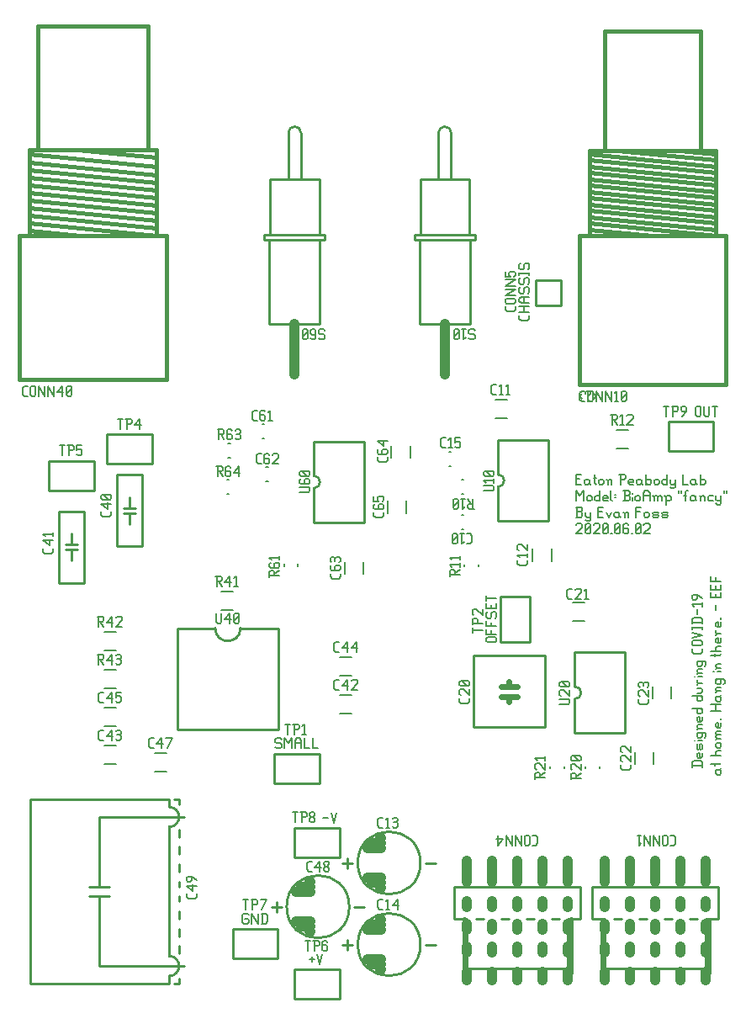
<source format=gto>
G04 start of page 2 for group 1 layer_idx 6 *
G04 Title: (unknown), top_silk *
G04 Creator: pcb-rnd 2.2.1 *
G04 CreationDate: 2020-06-03 18:25:36 UTC *
G04 For:  *
G04 Format: Gerber/RS-274X *
G04 PCB-Dimensions: 500000 500000 *
G04 PCB-Coordinate-Origin: lower left *
%MOIN*%
%FSLAX25Y25*%
%LNTOP_SILK_NONE_1*%
%ADD65C,0.0070*%
%ADD64C,0.0394*%
%ADD63C,0.0217*%
%ADD62C,0.0400*%
%ADD61C,0.0150*%
%ADD60C,0.0080*%
%ADD59C,0.0100*%
G54D59*X119044Y323807D02*X136956D01*
G54D60*X180607Y327755D02*X181393D01*
X180607Y322245D02*X181393D01*
X321043Y325740D02*X325767D01*
X321043Y318260D02*X325767D01*
G54D59*X341544Y317193D02*Y328807D01*
X294000Y321500D02*X274000D01*
X221000Y321000D02*X201000D01*
G54D60*X167150Y320255D02*X167936D01*
G54D61*X364500Y402500D02*X306500D01*
Y343500D01*
X310500Y407500D02*X360500Y402500D01*
X310500Y410000D02*X360500Y405000D01*
X310500Y412500D02*X360500Y407500D01*
X310500Y405000D02*X335500Y402500D01*
G54D59*X289000Y375000D02*X299000D01*
X289000D02*Y385000D01*
X299000D02*X289000D01*
X299000D01*
G54D61*X306500Y343500D02*X364500D01*
Y402500D01*
G54D59*X299000Y385000D02*Y375000D01*
Y385000D01*
G54D61*X310500Y415000D02*X360500Y410000D01*
X310500Y417500D02*X360500Y412500D01*
X310500Y420000D02*X360500Y415000D01*
X310500Y430000D02*X360500Y425000D01*
X310500Y432500D02*X360500Y427500D01*
X310500Y435000D02*X360500Y430000D01*
X310500Y436400D02*X360500D01*
X321400D02*X360500Y432500D01*
X346000Y436400D02*X360500Y435000D01*
X310500Y422500D02*X360500Y417500D01*
X310500Y425000D02*X360500Y420000D01*
X310500Y427500D02*X360500Y422500D01*
G54D59*X341544Y328807D02*X359456D01*
Y317193D01*
X341544D01*
G54D60*X342720Y219118D02*Y223843D01*
G54D59*X361500Y144500D02*X311500D01*
X316500Y112300D02*X356500D01*
G54D61*X310500Y402500D02*Y436400D01*
X316500Y483500D02*Y436400D01*
G54D59*X304480Y205480D02*Y218980D01*
Y223980D02*Y237480D01*
G54D60*X300235Y191588D02*Y192374D01*
X308725Y191588D02*Y192374D01*
X314235Y191588D02*Y192374D01*
X303658Y257259D02*X308382D01*
X303658Y249780D02*X308382D01*
X294725Y191588D02*Y192374D01*
X328240Y193214D02*Y197938D01*
X335720Y193214D02*Y197938D01*
X335240Y219118D02*Y223843D01*
G54D59*X304480Y205480D02*X324480D01*
Y237480D02*Y205480D01*
X311500Y132000D02*X316500D01*
X320000D02*X323000D01*
G54D62*X316500Y136600D02*Y138800D01*
Y146500D02*Y155000D01*
G54D59*X311500Y132000D02*Y144500D01*
X330000Y132000D02*X333000D01*
G54D62*X316500Y118600D02*Y120800D01*
Y127600D02*Y129800D01*
X326500Y136600D02*Y138800D01*
Y127600D02*Y129800D01*
G54D59*X316500Y112300D02*Y132000D01*
G54D62*X336500Y118600D02*Y120800D01*
X326500Y118600D02*Y120800D01*
X336500Y127600D02*Y129800D01*
Y136600D02*Y138800D01*
G54D61*X315250Y110300D02*Y131700D01*
G54D62*X291826Y118670D02*Y120870D01*
Y127670D02*Y129870D01*
X301826Y127670D02*Y129870D01*
G54D59*Y132070D02*Y112370D01*
G54D62*Y118670D02*Y120870D01*
G54D59*X288326Y112370D02*X301826D01*
G54D61*X303076Y110670D02*Y131770D01*
G54D59*X261826Y112370D02*X301826D01*
X261826D02*Y132070D01*
G54D62*Y118670D02*Y120870D01*
Y127670D02*Y129870D01*
G54D61*X260576Y110370D02*Y131770D01*
G54D59*X265326Y132070D02*X268326D01*
X275326D02*X278326D01*
G54D62*X281826Y118670D02*Y120870D01*
X271826Y118670D02*Y120870D01*
Y127670D02*Y129870D01*
X281826Y127670D02*Y129870D01*
G54D59*X285326Y132070D02*X288326D01*
X256826D02*Y144570D01*
Y132070D02*X261826D01*
G54D62*Y136670D02*Y138870D01*
G54D59*X295326Y132070D02*X298326D01*
G54D62*X291826Y136670D02*Y138870D01*
X281826Y136670D02*Y138870D01*
X271826Y136670D02*Y138870D01*
G54D59*X306826Y144570D02*X256826D01*
X306826D02*Y132070D01*
X301826D01*
G54D62*Y136670D02*Y138870D01*
X336500Y146500D02*Y155000D01*
X326500Y146500D02*Y155000D01*
X301826Y146570D02*Y155070D01*
X291826Y146570D02*Y155070D01*
X281826Y146570D02*Y155070D01*
X271826Y146570D02*Y155070D01*
X261826Y146570D02*Y155070D01*
X336500Y110800D02*Y107600D01*
X291826Y110870D02*Y107670D01*
X281826Y110870D02*Y107670D01*
X271826Y110870D02*Y107670D01*
X261826Y110870D02*Y107670D01*
X326500Y110800D02*Y107600D01*
X316500Y110800D02*Y107600D01*
X301826Y110870D02*Y107670D01*
G54D59*X264307Y236154D02*X292653D01*
G54D63*X275330Y223949D02*X281630D01*
G54D59*X275193Y241544D02*Y259456D01*
X286807D01*
Y241544D01*
X275193D01*
X264307Y207807D02*Y236154D01*
G54D63*X278480Y218043D02*Y220012D01*
X275330D02*X281630D01*
G54D59*X324480Y237480D02*X304480D01*
X292653Y236154D02*Y207807D01*
X264307D01*
G54D63*X278480Y223949D02*Y225918D01*
G54D60*X260393Y286245D02*X259607D01*
X260745Y271607D02*Y272393D01*
X266255Y271607D02*Y272393D01*
X287760Y273733D02*Y278457D01*
X295240Y273733D02*Y278457D01*
X260393Y291755D02*X259607D01*
G54D59*X274000Y308000D02*Y321500D01*
G54D60*X273138Y337740D02*X277862D01*
X273138Y330260D02*X277862D01*
G54D59*X274000Y289500D02*X294000D01*
Y321500D02*Y289500D01*
X274000D02*Y303000D01*
G54D60*X260393Y300245D02*X259607D01*
X260393Y305755D02*X259607D01*
G54D61*X360500Y436400D02*Y402500D01*
G54D59*X361500Y144500D02*Y132000D01*
X356500D01*
G54D61*X354500Y436400D02*Y483500D01*
G54D59*X350000Y132000D02*X353000D01*
G54D62*X346500Y127600D02*Y129800D01*
Y136600D02*Y138800D01*
Y146500D02*Y155000D01*
G54D59*X356500Y132000D02*Y112300D01*
G54D62*X346500Y118600D02*Y120800D01*
X356500Y118600D02*Y120800D01*
Y127600D02*Y129800D01*
G54D61*X357750Y110600D02*Y131700D01*
G54D59*X340000Y132000D02*X343000D01*
G54D62*X356500Y136600D02*Y138800D01*
Y146500D02*Y155000D01*
G54D59*X343000Y112300D02*X356500D01*
G54D62*X346500Y110800D02*Y107600D01*
X356500Y110800D02*Y107600D01*
G54D61*X354500Y483500D02*X316500D01*
G54D59*X136956Y323807D02*Y312193D01*
X125638Y292673D02*X130362D01*
X128000Y294642D02*Y298972D01*
X132921Y307831D02*Y279484D01*
X123079D01*
X128000Y288343D02*Y292673D01*
X125638Y294642D02*X130362D01*
G54D60*X189245Y271650D02*Y272436D01*
X213260Y268543D02*Y273267D01*
X164405Y261707D02*X169129D01*
X164405Y254227D02*X169129D01*
G54D59*X187000Y207000D02*X147000D01*
X187000D02*Y247000D01*
X147000D02*X162000D01*
X172000D02*X187000D01*
X185330Y197254D02*X203243D01*
G54D60*X137905Y197707D02*X142629D01*
X211310Y235707D02*X216034D01*
X211310Y228227D02*X216034D01*
X211310Y220707D02*X216034D01*
G54D59*X203243Y197254D02*Y185640D01*
G54D60*X211310Y213227D02*X216034D01*
G54D59*X212504Y154070D02*X216504D01*
X214504Y156070D02*Y152070D01*
X211263Y168027D02*Y156413D01*
X193350Y168027D02*X211263D01*
Y156413D02*X193350D01*
Y168027D01*
G54D64*X199627Y130815D02*X194127D01*
X199627Y142626D02*X194127D01*
X199627Y128846D02*X195883D01*
X199627Y144594D02*X195883D01*
G54D59*X212526Y121720D02*X216526D01*
X214526Y123720D02*Y119720D01*
X217129Y136720D02*X221129D01*
G54D64*X199627Y126878D02*X199267D01*
X199627Y146563D02*X199267D01*
G54D59*X203243Y185640D02*X185330D01*
G54D60*X137905Y190227D02*X142629D01*
G54D59*X185330Y185640D02*Y197254D01*
X168870Y127877D02*X186783D01*
X184326Y136720D02*X188326D01*
X186326Y138720D02*Y134720D01*
X186783Y127877D02*Y116263D01*
X168870D01*
Y127877D01*
G54D60*X194755Y271650D02*Y272436D01*
G54D59*X201000Y289000D02*Y302500D01*
Y307500D02*Y321000D01*
X193350Y112027D02*X211263D01*
Y100413D01*
X193350D01*
Y112027D01*
X201000Y289000D02*X221000D01*
G54D60*X230260Y292733D02*Y297457D01*
X237740Y292733D02*Y297457D01*
X166650Y305755D02*X167436D01*
X166650Y300245D02*X167436D01*
X167150Y314745D02*X167936D01*
G54D59*X221000Y321000D02*Y289000D01*
G54D60*X220740Y268543D02*Y273267D01*
G54D64*X227805Y159976D02*X222304D01*
X227805Y161944D02*X224061D01*
X227805Y163913D02*X227445D01*
G54D59*X245307Y154070D02*X249307D01*
G54D64*X227805Y148165D02*X222304D01*
X227805Y146196D02*X224061D01*
X227805Y144228D02*X227445D01*
G54D59*X245329Y121720D02*X249329D01*
G54D64*X227827Y115815D02*X222327D01*
X227827Y113846D02*X224083D01*
X227827Y111878D02*X227467D01*
X227827Y127626D02*X222327D01*
X227827Y129594D02*X224083D01*
X227827Y131563D02*X227467D01*
G54D59*X136956Y312193D02*X119044D01*
X123079Y307831D02*X132921D01*
G54D60*X182150Y310755D02*X182936D01*
X182150Y305245D02*X182936D01*
X231760Y314543D02*Y319267D01*
X239240Y314543D02*Y319267D01*
X254650Y316755D02*X255436D01*
X254650Y311245D02*X255436D01*
G54D59*X265000Y402800D02*X241000D01*
X243000Y367500D02*Y400800D01*
X265000Y402800D02*Y400800D01*
X241000Y402800D02*Y400800D01*
X265000D01*
X243000Y367500D02*X263000D01*
Y400800D01*
X183500Y367500D02*X203500D01*
G54D62*X193500Y347500D02*Y367500D01*
G54D59*X203500D02*Y400800D01*
X205500Y402800D02*X181500D01*
X205500D02*Y400800D01*
X181500Y402800D02*Y400800D01*
X205500D01*
X183500Y367500D02*Y400800D01*
G54D61*X84490Y402500D02*Y345500D01*
X142590Y402500D02*Y345500D01*
X84490D01*
X88290Y436500D02*Y402500D01*
Y436500D02*X138790D01*
X88290Y435000D02*X138790Y430000D01*
X88290Y407500D02*X138790Y402500D01*
X88290Y404500D02*X108490Y402500D01*
X138790Y433500D02*X107490Y436500D01*
X88290Y416500D02*X138790Y411500D01*
X88290Y413500D02*X138790Y408500D01*
X88290Y410500D02*X138790Y405500D01*
X88290Y425500D02*X138790Y420500D01*
X88290Y422500D02*X138790Y417500D01*
X88290Y419500D02*X138790Y414500D01*
X84490Y402500D02*X142590D01*
X138790Y436500D02*Y402500D01*
X88290Y431500D02*X138790Y426500D01*
X88290Y428500D02*X138790Y423500D01*
G54D59*X203300Y402800D02*Y424800D01*
X183700D02*Y402800D01*
X253300Y424800D02*X252700D01*
X262800Y402800D02*Y424800D01*
X243200D02*Y402800D01*
X262800Y424800D02*X243200D01*
X255500D02*X250500D01*
X193800D02*X193200D01*
X203300D02*X183700D01*
X196000D02*X191000D01*
X250500D02*Y443300D01*
G54D62*X253000Y347500D02*Y367500D01*
G54D59*X255500Y443300D02*Y424800D01*
X191000D02*Y443300D01*
X196000D02*Y424800D01*
X119044Y312193D02*Y323807D01*
X113956Y313307D02*Y301693D01*
X123079Y279484D02*Y307831D01*
G54D60*X118000Y230707D02*X122724D01*
X118000Y223227D02*X122724D01*
X118000Y245707D02*X122724D01*
X118000Y238227D02*X122724D01*
X118000Y215707D02*X122724D01*
X118000Y208227D02*X122724D01*
X118000Y200707D02*X122724D01*
X118000Y193227D02*X122724D01*
G54D59*X88577Y106331D02*Y179165D01*
X143695D01*
Y176213D01*
X112199Y144716D02*X120073D01*
X116136Y140779D02*Y113220D01*
Y144716D02*Y172276D01*
X143695Y106331D02*X88577D01*
X143695D02*Y109283D01*
Y168339D02*Y117157D01*
X112199Y140779D02*X120073D01*
X149601Y172276D02*X116136D01*
X145664Y106331D02*X147632D01*
X149601Y113220D02*X116136D01*
X147632Y106331D02*Y108299D01*
Y125031D02*Y127984D01*
Y118142D02*Y121094D01*
Y164401D02*Y167354D01*
Y157512D02*Y160464D01*
Y150622D02*Y153575D01*
X145664Y179165D02*X147632D01*
Y177197D02*Y179165D01*
Y131921D02*Y134874D01*
Y138811D02*Y140779D01*
Y144716D02*Y146685D01*
X147000Y247000D02*Y207000D01*
X96044Y313307D02*X113956D01*
Y301693D02*X96044D01*
Y313307D01*
X100079Y264984D02*Y293331D01*
X109921D01*
X102638Y278173D02*X107362D01*
X102638Y280142D02*X107362D01*
X109921Y293331D02*Y264984D01*
X100079D01*
X105000Y273843D02*Y278173D01*
Y280142D02*Y284472D01*
G54D61*X91740Y485500D02*Y436500D01*
Y485500D02*X135340D01*
Y436500D01*
G54D59*X253000Y445800D02*G75*G03X250500Y443300I0J-2500D01*G01*
X196000D02*G75*G03X193500Y445800I-2500J0D01*G01*
G75*G03X191000Y443300I0J-2500D01*G01*
X201000Y302500D02*G75*G03X201000Y307500I0J2500D01*G01*
X255500Y443300D02*G75*G03X253000Y445800I-2500J0D01*G01*
X304480Y218980D02*G75*G03X304480Y223980I0J2500D01*G01*
X274000Y303000D02*G75*G03X274000Y308000I0J2500D01*G01*
X143695Y117157D02*G75*G02X143695Y109283I0J-3937D01*G01*
Y176213D02*G75*G02X143695Y168339I0J-3937D01*G01*
X162000Y247000D02*G75*G03X172000Y247000I5000J0D01*G01*
X218504Y154070D02*G75*G03X243307Y154070I12402J0D01*G01*
G75*G03X218504Y154070I-12402J0D01*G01*
X218526Y121720D02*G75*G03X243329Y121720I12402J0D01*G01*
G75*G03X218526Y121720I-12402J0D01*G01*
X190326Y136720D02*G75*G03X215129Y136720I12402J0D01*G01*
G75*G03X190326Y136720I-12402J0D01*G01*
G54D65*X306500Y339000D02*X307500Y340000D01*
X306500Y339000D02*X307500Y338000D01*
X309700Y339000D02*Y338500D01*
Y337500D02*Y337000D01*
X308700Y340500D02*Y340000D01*
Y340500D02*X309200Y341000D01*
X310200D01*
X310700Y340500D01*
Y340000D01*
X309700Y339000D02*X310700Y340000D01*
X311900D02*X312900Y339000D01*
X311900Y338000D02*X312900Y339000D01*
X286500Y369700D02*Y371000D01*
X285800Y369000D02*X286500Y369700D01*
X283200Y369000D02*X285800D01*
X283200D02*X282500Y369700D01*
Y371000D01*
Y372200D02*X286500D01*
X282500Y374700D02*X286500D01*
X284500Y372200D02*Y374700D01*
X283500Y375900D02*X286500D01*
X283500D02*X282500Y376600D01*
Y377700D01*
X283500Y378400D01*
X286500D01*
X284500Y375900D02*Y378400D01*
X282500Y381600D02*X283000Y382100D01*
X282500Y380100D02*Y381600D01*
X283000Y379600D02*X282500Y380100D01*
X283000Y379600D02*X284000D01*
X284500Y380100D01*
Y381600D01*
X285000Y382100D01*
X286000D01*
X286500Y381600D02*X286000Y382100D01*
X286500Y380100D02*Y381600D01*
X286000Y379600D02*X286500Y380100D01*
X282500Y385300D02*X283000Y385800D01*
X282500Y383800D02*Y385300D01*
X283000Y383300D02*X282500Y383800D01*
X283000Y383300D02*X284000D01*
X284500Y383800D01*
Y385300D01*
X285000Y385800D01*
X286000D01*
X286500Y385300D02*X286000Y385800D01*
X286500Y383800D02*Y385300D01*
X286000Y383300D02*X286500Y383800D01*
X282500Y387000D02*Y388000D01*
Y387500D02*X286500D01*
Y387000D02*Y388000D01*
X282500Y391200D02*X283000Y391700D01*
X282500Y389700D02*Y391200D01*
X283000Y389200D02*X282500Y389700D01*
X283000Y389200D02*X284000D01*
X284500Y389700D01*
Y391200D01*
X285000Y391700D01*
X286000D01*
X286500Y391200D02*X286000Y391700D01*
X286500Y389700D02*Y391200D01*
X286000Y389200D02*X286500Y389700D01*
X307200Y337000D02*X308500D01*
X306500Y337700D02*X307200Y337000D01*
X306500Y340300D02*Y337700D01*
Y340300D02*X307200Y341000D01*
X308500D01*
X309700Y340500D02*Y337500D01*
Y340500D02*X310200Y341000D01*
X311200D01*
X311700Y340500D01*
Y337500D01*
X311200Y337000D02*X311700Y337500D01*
X310200Y337000D02*X311200D01*
X309700Y337500D02*X310200Y337000D01*
X312900Y341000D02*Y337000D01*
Y341000D02*X315400Y337000D01*
Y341000D02*Y337000D01*
X316600Y341000D02*Y337000D01*
Y341000D02*X319100Y337000D01*
Y341000D02*Y337000D01*
X320300Y340200D02*X321100Y341000D01*
Y337000D01*
X320300D02*X321800D01*
X323000Y337500D02*X323500Y337000D01*
X323000Y340500D02*Y337500D01*
Y340500D02*X323500Y341000D01*
X324500D01*
X325000Y340500D01*
Y337500D01*
X324500Y337000D02*X325000Y337500D01*
X323500Y337000D02*X324500D01*
X323000Y338000D02*X325000Y340000D01*
X263000Y361500D02*X262500Y362000D01*
X264500Y361500D02*X263000D01*
X265000Y362000D02*X264500Y361500D01*
X265000Y362000D02*Y363000D01*
X264500Y363500D01*
X263000D01*
X262500Y364000D01*
Y365000D01*
X263000Y365500D02*X262500Y365000D01*
X264500Y365500D02*X263000D01*
X265000Y365000D02*X264500Y365500D01*
X261300Y362300D02*X260500Y361500D01*
Y365500D01*
X261300D02*X259800D01*
X258600Y365000D02*X258100Y365500D01*
X258600Y362000D02*Y365000D01*
Y362000D02*X258100Y361500D01*
X257100D01*
X256600Y362000D01*
Y365000D01*
X257100Y365500D02*X256600Y365000D01*
X258100Y365500D02*X257100D01*
X258600Y364500D02*X256600Y362500D01*
X281000Y373200D02*Y374500D01*
X280300Y372500D02*X281000Y373200D01*
X277700Y372500D02*X280300D01*
X277700D02*X277000Y373200D01*
Y374500D01*
X277500Y375700D02*X280500D01*
X277500D02*X277000Y376200D01*
Y377200D01*
X277500Y377700D01*
X280500D01*
X281000Y377200D02*X280500Y377700D01*
X281000Y376200D02*Y377200D01*
X280500Y375700D02*X281000Y376200D01*
X277000Y378900D02*X281000D01*
X277000D02*X281000Y381400D01*
X277000D02*X281000D01*
X277000Y382600D02*X281000D01*
X277000D02*X281000Y385100D01*
X277000D02*X281000D01*
X277000Y386300D02*Y388300D01*
Y386300D02*X279000D01*
X278500Y386800D01*
Y387800D01*
X279000Y388300D01*
X280500D01*
X281000Y387800D02*X280500Y388300D01*
X281000Y386800D02*Y387800D01*
X280500Y386300D02*X281000Y386800D01*
X272050Y339650D02*X273350D01*
X271350Y340350D02*X272050Y339650D01*
X271350Y342950D02*Y340350D01*
Y342950D02*X272050Y343650D01*
X273350D01*
X274550Y342850D02*X275350Y343650D01*
Y339650D01*
X274550D02*X276050D01*
X277250Y342850D02*X278050Y343650D01*
Y339650D01*
X277250D02*X278750D01*
X352500Y334500D02*Y331500D01*
Y334500D02*X353000Y335000D01*
X354000D01*
X354500Y334500D01*
Y331500D01*
X354000Y331000D02*X354500Y331500D01*
X353000Y331000D02*X354000D01*
X352500Y331500D02*X353000Y331000D01*
X355700Y335000D02*Y331500D01*
X356200Y331000D01*
X357200D01*
X357700Y331500D01*
Y335000D02*Y331500D01*
X358900Y335000D02*X360900D01*
X359900D02*Y331000D01*
X318755Y331650D02*X320755D01*
X321255Y331150D01*
Y330150D01*
X320755Y329650D02*X321255Y330150D01*
X319255Y329650D02*X320755D01*
X319255Y331650D02*Y327650D01*
X320055Y329650D02*X321255Y327650D01*
X322455Y330850D02*X323255Y331650D01*
Y327650D01*
X322455D02*X323955D01*
X325155Y331150D02*X325655Y331650D01*
X327155D01*
X327655Y331150D01*
Y330150D01*
X325155Y327650D02*X327655Y330150D01*
X325155Y327650D02*X327655D01*
X339756Y335012D02*X341756D01*
X340756D02*Y331012D01*
X343457Y335012D02*Y331012D01*
X342957Y335012D02*X344957D01*
X345457Y334512D01*
Y333512D01*
X344957Y333012D02*X345457Y333512D01*
X343457Y333012D02*X344957D01*
X347157Y331012D02*X348657Y333012D01*
Y334512D02*Y333012D01*
X348157Y335012D02*X348657Y334512D01*
X347157Y335012D02*X348157D01*
X346657Y334512D02*X347157Y335012D01*
X346657Y334512D02*Y333512D01*
X347157Y333012D01*
X348657D01*
X203500Y361500D02*X203000Y362000D01*
X205000Y361500D02*X203500D01*
X205500Y362000D02*X205000Y361500D01*
X205500Y362000D02*Y363000D01*
X205000Y363500D01*
X203500D01*
X203000Y364000D01*
Y365000D01*
X203500Y365500D02*X203000Y365000D01*
X205000Y365500D02*X203500D01*
X205500Y365000D02*X205000Y365500D01*
X200300Y361500D02*X199800Y362000D01*
X201300Y361500D02*X200300D01*
X201800Y362000D02*X201300Y361500D01*
X201800Y362000D02*Y365000D01*
X201300Y365500D01*
X200300Y363300D02*X199800Y363800D01*
X201800Y363300D02*X200300D01*
X201300Y365500D02*X200300D01*
X199800Y365000D01*
Y363800D02*Y365000D01*
X198600D02*X198100Y365500D01*
X198600Y362000D02*Y365000D01*
Y362000D02*X198100Y361500D01*
X197100D01*
X196600Y362000D01*
Y365000D01*
X197100Y365500D02*X196600Y365000D01*
X198100Y365500D02*X197100D01*
X198600Y364500D02*X196600Y362500D01*
X115212Y236617D02*X117212D01*
X117712Y236117D01*
Y235117D01*
X117212Y234617D02*X117712Y235117D01*
X115712Y234617D02*X117212D01*
X115712Y236617D02*Y232617D01*
X116512Y234617D02*X117712Y232617D01*
X118912Y234117D02*X120912Y236617D01*
X118912Y234117D02*X121412D01*
X120912Y236617D02*Y232617D01*
X122612Y236117D02*X123112Y236617D01*
X124112D01*
X124612Y236117D01*
X124112Y232617D02*X124612Y233117D01*
X123112Y232617D02*X124112D01*
X122612Y233117D02*X123112Y232617D01*
Y234817D02*X124112D01*
X124612Y236117D02*Y235317D01*
Y234317D02*Y233117D01*
Y234317D02*X124112Y234817D01*
X124612Y235317D02*X124112Y234817D01*
X115212Y251617D02*X117212D01*
X117712Y251117D01*
Y250117D01*
X117212Y249617D02*X117712Y250117D01*
X115712Y249617D02*X117212D01*
X115712Y251617D02*Y247617D01*
X116512Y249617D02*X117712Y247617D01*
X118912Y249117D02*X120912Y251617D01*
X118912Y249117D02*X121412D01*
X120912Y251617D02*Y247617D01*
X122612Y251117D02*X123112Y251617D01*
X124612D01*
X125112Y251117D01*
Y250117D01*
X122612Y247617D02*X125112Y250117D01*
X122612Y247617D02*X125112D01*
X116412Y217617D02*X117712D01*
X115712Y218317D02*X116412Y217617D01*
X115712Y220917D02*Y218317D01*
Y220917D02*X116412Y221617D01*
X117712D01*
X118912Y219117D02*X120912Y221617D01*
X118912Y219117D02*X121412D01*
X120912Y221617D02*Y217617D01*
X122612Y221617D02*X124612D01*
X122612D02*Y219617D01*
X123112Y220117D01*
X124112D01*
X124612Y219617D01*
Y218117D01*
X124112Y217617D02*X124612Y218117D01*
X123112Y217617D02*X124112D01*
X122612Y218117D02*X123112Y217617D01*
X116412Y202617D02*X117712D01*
X115712Y203317D02*X116412Y202617D01*
X115712Y205917D02*Y203317D01*
Y205917D02*X116412Y206617D01*
X117712D01*
X118912Y204117D02*X120912Y206617D01*
X118912Y204117D02*X121412D01*
X120912Y206617D02*Y202617D01*
X122612Y206117D02*X123112Y206617D01*
X124112D01*
X124612Y206117D01*
X124112Y202617D02*X124612Y203117D01*
X123112Y202617D02*X124112D01*
X122612Y203117D02*X123112Y202617D01*
Y204817D02*X124112D01*
X124612Y206117D02*Y205317D01*
Y204317D02*Y203117D01*
Y204317D02*X124112Y204817D01*
X124612Y205317D02*X124112Y204817D01*
X187767Y203467D02*X188267Y202967D01*
X186267Y203467D02*X187767D01*
X185767Y202967D02*X186267Y203467D01*
X185767Y202967D02*Y201967D01*
X186267Y201467D01*
X187767D01*
X188267Y200967D01*
Y199967D01*
X187767Y199467D02*X188267Y199967D01*
X186267Y199467D02*X187767D01*
X185767Y199967D02*X186267Y199467D01*
X189467Y203467D02*Y199467D01*
Y203467D02*X190967Y201467D01*
X192467Y203467D01*
Y199467D01*
X193667Y202467D02*Y199467D01*
Y202467D02*X194367Y203467D01*
X195467D01*
X196167Y202467D01*
Y199467D01*
X193667Y201467D02*X196167D01*
X197367Y203467D02*Y199467D01*
X199367D01*
X200567Y203467D02*Y199467D01*
X202567D01*
X204826Y172070D02*X206826D01*
X208026Y174070D02*X209026Y170070D01*
X210026Y174070D01*
X162500Y253000D02*Y249500D01*
X163000Y249000D01*
X164000D01*
X164500Y249500D01*
Y253000D02*Y249500D01*
X165700Y250500D02*X167700Y253000D01*
X165700Y250500D02*X168200D01*
X167700Y253000D02*Y249000D01*
X169400Y249500D02*X169900Y249000D01*
X169400Y252500D02*Y249500D01*
Y252500D02*X169900Y253000D01*
X170900D01*
X171400Y252500D01*
Y249500D01*
X170900Y249000D02*X171400Y249500D01*
X169900Y249000D02*X170900D01*
X169400Y250000D02*X171400Y252000D01*
X189543Y208959D02*X191543D01*
X190543D02*Y204959D01*
X193243Y208959D02*Y204959D01*
X192743Y208959D02*X194743D01*
X195243Y208459D01*
Y207459D01*
X194743Y206959D02*X195243Y207459D01*
X193243Y206959D02*X194743D01*
X196443Y208159D02*X197243Y208959D01*
Y204959D01*
X196443D02*X197943D01*
X192563Y174232D02*X194563D01*
X193563D02*Y170232D01*
X196263Y174232D02*Y170232D01*
X195763Y174232D02*X197763D01*
X198263Y173732D01*
Y172732D01*
X197763Y172232D02*X198263Y172732D01*
X196263Y172232D02*X197763D01*
X199463Y170732D02*X199963Y170232D01*
X199463Y171532D02*Y170732D01*
Y171532D02*X200163Y172232D01*
X200763D01*
X201463Y171532D01*
Y170732D01*
X200963Y170232D02*X201463Y170732D01*
X199963Y170232D02*X200963D01*
X199463Y172932D02*X200163Y172232D01*
X199463Y173732D02*Y172932D01*
Y173732D02*X199963Y174232D01*
X200963D01*
X201463Y173732D01*
Y172932D01*
X200763Y172232D02*X201463Y172932D01*
X209722Y237617D02*X211022D01*
X209022Y238317D02*X209722Y237617D01*
X209022Y240917D02*Y238317D01*
Y240917D02*X209722Y241617D01*
X211022D01*
X212222Y239117D02*X214222Y241617D01*
X212222Y239117D02*X214722D01*
X214222Y241617D02*Y237617D01*
X215922Y239117D02*X217922Y241617D01*
X215922Y239117D02*X218422D01*
X217922Y241617D02*Y237617D01*
X209722Y222617D02*X211022D01*
X209022Y223317D02*X209722Y222617D01*
X209022Y225917D02*Y223317D01*
Y225917D02*X209722Y226617D01*
X211022D01*
X212222Y224117D02*X214222Y226617D01*
X212222Y224117D02*X214722D01*
X214222Y226617D02*Y222617D01*
X215922Y226117D02*X216422Y226617D01*
X217922D01*
X218422Y226117D01*
Y225117D01*
X215922Y222617D02*X218422Y225117D01*
X215922Y222617D02*X218422D01*
X136317Y199617D02*X137617D01*
X135617Y200317D02*X136317Y199617D01*
X135617Y202917D02*Y200317D01*
Y202917D02*X136317Y203617D01*
X137617D01*
X138817Y201117D02*X140817Y203617D01*
X138817Y201117D02*X141317D01*
X140817Y203617D02*Y199617D01*
X143017D02*X145017Y203617D01*
X142517D02*X145017D01*
X227137Y168070D02*X228437D01*
X226437Y168770D02*X227137Y168070D01*
X226437Y171370D02*Y168770D01*
Y171370D02*X227137Y172070D01*
X228437D01*
X229637Y171270D02*X230437Y172070D01*
Y168070D01*
X229637D02*X231137D01*
X232337Y171570D02*X232837Y172070D01*
X233837D01*
X234337Y171570D01*
X233837Y168070D02*X234337Y168570D01*
X232837Y168070D02*X233837D01*
X232337Y168570D02*X232837Y168070D01*
Y170270D02*X233837D01*
X234337Y171570D02*Y170770D01*
Y169770D02*Y168570D01*
Y169770D02*X233837Y170270D01*
X234337Y170770D02*X233837Y170270D01*
X174826Y134070D02*X175326Y133570D01*
X173326Y134070D02*X174826D01*
X172826Y133570D02*X173326Y134070D01*
X172826Y133570D02*Y130570D01*
X173326Y130070D01*
X174826D01*
X175326Y130570D01*
Y131570D02*Y130570D01*
X174826Y132070D02*X175326Y131570D01*
X173826Y132070D02*X174826D01*
X176526Y134070D02*Y130070D01*
Y134070D02*X179026Y130070D01*
Y134070D02*Y130070D01*
X180726Y134070D02*Y130070D01*
X182026Y134070D02*X182726Y133370D01*
Y130770D01*
X182026Y130070D02*X182726Y130770D01*
X180226Y130070D02*X182026D01*
X180226Y134070D02*X182026D01*
X154601Y140495D02*Y141795D01*
X153901Y139795D02*X154601Y140495D01*
X151301Y139795D02*X153901D01*
X151301D02*X150601Y140495D01*
Y141795D01*
X153101Y142995D02*X150601Y144995D01*
X153101Y142995D02*Y145495D01*
X150601Y144995D02*X154601D01*
Y147195D02*X152601Y148695D01*
X151101D02*X152601D01*
X150601Y148195D02*X151101Y148695D01*
X150601Y147195D02*Y148195D01*
X151101Y146695D02*X150601Y147195D01*
X151101Y146695D02*X152101D01*
X152601Y147195D01*
Y148695D01*
X173083Y139582D02*X175083D01*
X174083D02*Y135582D01*
X176783Y139582D02*Y135582D01*
X176283Y139582D02*X178283D01*
X178783Y139082D01*
Y138082D01*
X178283Y137582D02*X178783Y138082D01*
X176783Y137582D02*X178283D01*
X180483Y135582D02*X182483Y139582D01*
X179983D02*X182483D01*
X199326Y116070D02*X201326D01*
X200326Y117070D02*Y115070D01*
X202526Y118070D02*X203526Y114070D01*
X204526Y118070D01*
X197563Y123232D02*X199563D01*
X198563D02*Y119232D01*
X201263Y123232D02*Y119232D01*
X200763Y123232D02*X202763D01*
X203263Y122732D01*
Y121732D01*
X202763Y121232D02*X203263Y121732D01*
X201263Y121232D02*X202763D01*
X205963Y123232D02*X206463Y122732D01*
X204963Y123232D02*X205963D01*
X204463Y122732D02*X204963Y123232D01*
X204463Y122732D02*Y119732D01*
X204963Y119232D01*
X205963Y121432D02*X206463Y120932D01*
X204463Y121432D02*X205963D01*
X204963Y119232D02*X205963D01*
X206463Y119732D01*
Y120932D02*Y119732D01*
X227159Y135720D02*X228459D01*
X226459Y136420D02*X227159Y135720D01*
X226459Y139020D02*Y136420D01*
Y139020D02*X227159Y139720D01*
X228459D01*
X229659Y138920D02*X230459Y139720D01*
Y135720D01*
X229659D02*X231159D01*
X232359Y137220D02*X234359Y139720D01*
X232359Y137220D02*X234859D01*
X234359Y139720D02*Y135720D01*
X198959Y150720D02*X200259D01*
X198259Y151420D02*X198959Y150720D01*
X198259Y154020D02*Y151420D01*
Y154020D02*X198959Y154720D01*
X200259D01*
X201459Y152220D02*X203459Y154720D01*
X201459Y152220D02*X203959D01*
X203459Y154720D02*Y150720D01*
X205159Y151220D02*X205659Y150720D01*
X205159Y152020D02*Y151220D01*
Y152020D02*X205859Y152720D01*
X206459D01*
X207159Y152020D01*
Y151220D01*
X206659Y150720D02*X207159Y151220D01*
X205659Y150720D02*X206659D01*
X205159Y153420D02*X205859Y152720D01*
X205159Y154220D02*Y153420D01*
Y154220D02*X205659Y154720D01*
X206659D01*
X207159Y154220D01*
Y153420D01*
X206459Y152720D02*X207159Y153420D01*
X123256Y330012D02*X125256D01*
X124256D02*Y326012D01*
X126957Y330012D02*Y326012D01*
X126457Y330012D02*X128457D01*
X128957Y329512D01*
Y328512D01*
X128457Y328012D02*X128957Y328512D01*
X126957Y328012D02*X128457D01*
X130157Y327512D02*X132157Y330012D01*
X130157Y327512D02*X132657D01*
X132157Y330012D02*Y326012D01*
X100256Y319512D02*X102256D01*
X101256D02*Y315512D01*
X103957Y319512D02*Y315512D01*
X103457Y319512D02*X105457D01*
X105957Y319012D01*
Y318012D01*
X105457Y317512D02*X105957Y318012D01*
X103957Y317512D02*X105457D01*
X107157Y319512D02*X109157D01*
X107157D02*Y317512D01*
X107657Y318012D01*
X108657D01*
X109157Y317512D01*
Y316012D01*
X108657Y315512D02*X109157Y316012D01*
X107657Y315512D02*X108657D01*
X107157Y316012D02*X107657Y315512D01*
X86240Y339000D02*X87540D01*
X85540Y339700D02*X86240Y339000D01*
X85540Y342300D02*Y339700D01*
Y342300D02*X86240Y343000D01*
X87540D01*
X88740Y342500D02*Y339500D01*
Y342500D02*X89240Y343000D01*
X90240D01*
X90740Y342500D01*
Y339500D01*
X90240Y339000D02*X90740Y339500D01*
X89240Y339000D02*X90240D01*
X88740Y339500D02*X89240Y339000D01*
X91940Y343000D02*Y339000D01*
Y343000D02*X94440Y339000D01*
Y343000D02*Y339000D01*
X95640Y343000D02*Y339000D01*
Y343000D02*X98140Y339000D01*
Y343000D02*Y339000D01*
X99340Y340500D02*X101340Y343000D01*
X99340Y340500D02*X101840D01*
X101340Y343000D02*Y339000D01*
X103040Y339500D02*X103540Y339000D01*
X103040Y342500D02*Y339500D01*
Y342500D02*X103540Y343000D01*
X104540D01*
X105040Y342500D01*
Y339500D01*
X104540Y339000D02*X105040Y339500D01*
X103540Y339000D02*X104540D01*
X103040Y340000D02*X105040Y342000D01*
X305000Y306200D02*X306500D01*
X305000Y304000D02*X307000D01*
X305000Y308000D02*Y304000D01*
Y308000D02*X307000D01*
X309700Y306000D02*X310200Y305500D01*
X308700Y306000D02*X309700D01*
X308200Y305500D02*X308700Y306000D01*
X308200Y305500D02*Y304500D01*
X308700Y304000D01*
X310200Y306000D02*Y304500D01*
X310700Y304000D01*
X308700D02*X309700D01*
X310200Y304500D01*
X312400Y308000D02*Y304500D01*
X312900Y304000D01*
X311900Y306500D02*X312900D01*
X313900Y305500D02*Y304500D01*
Y305500D02*X314400Y306000D01*
X315400D01*
X315900Y305500D01*
Y304500D01*
X315400Y304000D02*X315900Y304500D01*
X314400Y304000D02*X315400D01*
X313900Y304500D02*X314400Y304000D01*
X317600Y305500D02*Y304000D01*
Y305500D02*X318100Y306000D01*
X318600D01*
X319100Y305500D01*
Y304000D01*
X317100Y306000D02*X317600Y305500D01*
X322600Y308000D02*Y304000D01*
X322100Y308000D02*X324100D01*
X324600Y307500D01*
Y306500D01*
X324100Y306000D02*X324600Y306500D01*
X322600Y306000D02*X324100D01*
X326300Y304000D02*X327800D01*
X325800Y304500D02*X326300Y304000D01*
X325800Y305500D02*Y304500D01*
Y305500D02*X326300Y306000D01*
X327300D01*
X327800Y305500D01*
X325800Y305000D02*X327800D01*
Y305500D01*
X330500Y306000D02*X331000Y305500D01*
X329500Y306000D02*X330500D01*
X329000Y305500D02*X329500Y306000D01*
X329000Y305500D02*Y304500D01*
X329500Y304000D01*
X331000Y306000D02*Y304500D01*
X331500Y304000D01*
X329500D02*X330500D01*
X331000Y304500D01*
X332700Y308000D02*Y304000D01*
Y304500D02*X333200Y304000D01*
X334200D01*
X334700Y304500D01*
Y305500D02*Y304500D01*
X334200Y306000D02*X334700Y305500D01*
X333200Y306000D02*X334200D01*
X332700Y305500D02*X333200Y306000D01*
X335900Y305500D02*Y304500D01*
Y305500D02*X336400Y306000D01*
X337400D01*
X337900Y305500D01*
Y304500D01*
X337400Y304000D02*X337900Y304500D01*
X336400Y304000D02*X337400D01*
X335900Y304500D02*X336400Y304000D01*
X341100Y308000D02*Y304000D01*
X340600D02*X341100Y304500D01*
X339600Y304000D02*X340600D01*
X339100Y304500D02*X339600Y304000D01*
X339100Y305500D02*Y304500D01*
Y305500D02*X339600Y306000D01*
X340600D01*
X341100Y305500D01*
X342300Y306000D02*Y304500D01*
X342800Y304000D01*
X344300Y306000D02*Y303000D01*
X343800Y302500D02*X344300Y303000D01*
X342800Y302500D02*X343800D01*
X342300Y303000D02*X342800Y302500D01*
Y304000D02*X343800D01*
X344300Y304500D01*
X347300Y308000D02*Y304000D01*
X349300D01*
X352000Y306000D02*X352500Y305500D01*
X351000Y306000D02*X352000D01*
X350500Y305500D02*X351000Y306000D01*
X350500Y305500D02*Y304500D01*
X351000Y304000D01*
X352500Y306000D02*Y304500D01*
X353000Y304000D01*
X351000D02*X352000D01*
X352500Y304500D01*
X354200Y308000D02*Y304000D01*
Y304500D02*X354700Y304000D01*
X355700D01*
X356200Y304500D01*
Y305500D02*Y304500D01*
X355700Y306000D02*X356200Y305500D01*
X354700Y306000D02*X355700D01*
X354200Y305500D02*X354700Y306000D01*
X178971Y312122D02*X180271D01*
X178271Y312822D02*X178971Y312122D01*
X178271Y315422D02*Y312822D01*
Y315422D02*X178971Y316122D01*
X180271D01*
X182971D02*X183471Y315622D01*
X181971Y316122D02*X182971D01*
X181471Y315622D02*X181971Y316122D01*
X181471Y315622D02*Y312622D01*
X181971Y312122D01*
X182971Y314322D02*X183471Y313822D01*
X181471Y314322D02*X182971D01*
X181971Y312122D02*X182971D01*
X183471Y312622D01*
Y313822D02*Y312622D01*
X184671Y315622D02*X185171Y316122D01*
X186671D01*
X187171Y315622D01*
Y314622D01*
X184671Y312122D02*X187171Y314622D01*
X184671Y312122D02*X187171D01*
X177355Y329367D02*X178655D01*
X176655Y330067D02*X177355Y329367D01*
X176655Y332667D02*Y330067D01*
Y332667D02*X177355Y333367D01*
X178655D01*
X181355D02*X181855Y332867D01*
X180355Y333367D02*X181355D01*
X179855Y332867D02*X180355Y333367D01*
X179855Y332867D02*Y329867D01*
X180355Y329367D01*
X181355Y331567D02*X181855Y331067D01*
X179855Y331567D02*X181355D01*
X180355Y329367D02*X181355D01*
X181855Y329867D01*
Y331067D02*Y329867D01*
X183055Y332567D02*X183855Y333367D01*
Y329367D01*
X183055D02*X184555D01*
X268500Y301500D02*X272000D01*
X272500Y302000D01*
Y303000D01*
X272000Y303500D01*
X268500D02*X272000D01*
X269300Y304700D02*X268500Y305500D01*
X272500D01*
Y304700D02*Y306200D01*
X272000Y307400D02*X272500Y307900D01*
X269000Y307400D02*X272000D01*
X269000D02*X268500Y307900D01*
Y308900D01*
X269000Y309400D01*
X272000D01*
X272500Y308900D02*X272000Y309400D01*
X272500Y307900D02*Y308900D01*
X271500Y307400D02*X269500Y309400D01*
X230350Y313455D02*Y314755D01*
X229650Y312755D02*X230350Y313455D01*
X227050Y312755D02*X229650D01*
X227050D02*X226350Y313455D01*
Y314755D01*
Y317455D02*X226850Y317955D01*
X226350Y316455D02*Y317455D01*
X226850Y315955D02*X226350Y316455D01*
X226850Y315955D02*X229850D01*
X230350Y316455D01*
X228150Y317455D02*X228650Y317955D01*
X228150Y315955D02*Y317455D01*
X230350Y316455D02*Y317455D01*
X229850Y317955D01*
X228650D02*X229850D01*
X228850Y319155D02*X226350Y321155D01*
X228850Y319155D02*Y321655D01*
X226350Y321155D02*X230350D01*
X251967Y318489D02*X253267D01*
X251267Y319189D02*X251967Y318489D01*
X251267Y321789D02*Y319189D01*
Y321789D02*X251967Y322489D01*
X253267D01*
X254467Y321689D02*X255267Y322489D01*
Y318489D01*
X254467D02*X255967D01*
X257167Y322489D02*X259167D01*
X257167D02*Y320489D01*
X257667Y320989D01*
X258667D01*
X259167Y320489D01*
Y318989D01*
X258667Y318489D02*X259167Y318989D01*
X257667Y318489D02*X258667D01*
X257167Y318989D02*X257667Y318489D01*
X195500Y301000D02*X199000D01*
X199500Y301500D01*
Y302500D01*
X199000Y303000D01*
X195500D02*X199000D01*
X195500Y305700D02*X196000Y306200D01*
X195500Y304700D02*Y305700D01*
X196000Y304200D02*X195500Y304700D01*
X196000Y304200D02*X199000D01*
X199500Y304700D01*
X197300Y305700D02*X197800Y306200D01*
X197300Y304200D02*Y305700D01*
X199500Y304700D02*Y305700D01*
X199000Y306200D01*
X197800D02*X199000D01*
Y307400D02*X199500Y307900D01*
X196000Y307400D02*X199000D01*
X196000D02*X195500Y307900D01*
Y308900D01*
X196000Y309400D01*
X199000D01*
X199500Y308900D02*X199000Y309400D01*
X199500Y307900D02*Y308900D01*
X198500Y307400D02*X196500Y309400D01*
X162393Y311150D02*X164393D01*
X164893Y310650D01*
Y309650D01*
X164393Y309150D02*X164893Y309650D01*
X162893Y309150D02*X164393D01*
X162893Y311150D02*Y307150D01*
X163693Y309150D02*X164893Y307150D01*
X167593Y311150D02*X168093Y310650D01*
X166593Y311150D02*X167593D01*
X166093Y310650D02*X166593Y311150D01*
X166093Y310650D02*Y307650D01*
X166593Y307150D01*
X167593Y309350D02*X168093Y308850D01*
X166093Y309350D02*X167593D01*
X166593Y307150D02*X167593D01*
X168093Y307650D01*
Y308850D02*Y307650D01*
X169293Y308650D02*X171293Y311150D01*
X169293Y308650D02*X171793D01*
X171293Y311150D02*Y307150D01*
X162980Y325884D02*X164980D01*
X165480Y325384D01*
Y324384D01*
X164980Y323884D02*X165480Y324384D01*
X163480Y323884D02*X164980D01*
X163480Y325884D02*Y321884D01*
X164280Y323884D02*X165480Y321884D01*
X168180Y325884D02*X168680Y325384D01*
X167180Y325884D02*X168180D01*
X166680Y325384D02*X167180Y325884D01*
X166680Y325384D02*Y322384D01*
X167180Y321884D01*
X168180Y324084D02*X168680Y323584D01*
X166680Y324084D02*X168180D01*
X167180Y321884D02*X168180D01*
X168680Y322384D01*
Y323584D02*Y322384D01*
X169880Y325384D02*X170380Y325884D01*
X171380D01*
X171880Y325384D01*
X171380Y321884D02*X171880Y322384D01*
X170380Y321884D02*X171380D01*
X169880Y322384D02*X170380Y321884D01*
Y324084D02*X171380D01*
X171880Y325384D02*Y324584D01*
Y323584D02*Y322384D01*
Y323584D02*X171380Y324084D01*
X171880Y324584D02*X171380Y324084D01*
X97795Y277298D02*Y278598D01*
X97095Y276598D02*X97795Y277298D01*
X94495Y276598D02*X97095D01*
X94495D02*X93795Y277298D01*
Y278598D01*
X96295Y279798D02*X93795Y281798D01*
X96295Y279798D02*Y282298D01*
X93795Y281798D02*X97795D01*
X94595Y283498D02*X93795Y284298D01*
X97795D01*
Y283498D02*Y284998D01*
X120795Y291798D02*Y293098D01*
X120095Y291098D02*X120795Y291798D01*
X117495Y291098D02*X120095D01*
X117495D02*X116795Y291798D01*
Y293098D01*
X119295Y294298D02*X116795Y296298D01*
X119295Y294298D02*Y296798D01*
X116795Y296298D02*X120795D01*
X120295Y297998D02*X120795Y298498D01*
X117295Y297998D02*X120295D01*
X117295D02*X116795Y298498D01*
Y299498D01*
X117295Y299998D01*
X120295D01*
X120795Y299498D02*X120295Y299998D01*
X120795Y298498D02*Y299498D01*
X119795Y297998D02*X117795Y299998D01*
X183515Y267316D02*Y269316D01*
X184015Y269816D01*
X185015D01*
X185515Y269316D02*X185015Y269816D01*
X185515Y267816D02*Y269316D01*
X183515Y267816D02*X187515D01*
X185515Y268616D02*X187515Y269816D01*
X183515Y272516D02*X184015Y273016D01*
X183515Y271516D02*Y272516D01*
X184015Y271016D02*X183515Y271516D01*
X184015Y271016D02*X187015D01*
X187515Y271516D01*
X185315Y272516D02*X185815Y273016D01*
X185315Y271016D02*Y272516D01*
X187515Y271516D02*Y272516D01*
X187015Y273016D01*
X185815D02*X187015D01*
X184315Y274216D02*X183515Y275016D01*
X187515D01*
Y274216D02*Y275716D01*
X305000Y291000D02*X307000D01*
X307500Y291500D01*
Y292700D02*Y291500D01*
X307000Y293200D02*X307500Y292700D01*
X305500Y293200D02*X307000D01*
X305500Y295000D02*Y291000D01*
X305000Y295000D02*X307000D01*
X307500Y294500D01*
Y293700D01*
X307000Y293200D02*X307500Y293700D01*
X308700Y293000D02*Y291500D01*
X309200Y291000D01*
X310700Y293000D02*Y290000D01*
X310200Y289500D02*X310700Y290000D01*
X309200Y289500D02*X310200D01*
X308700Y290000D02*X309200Y289500D01*
Y291000D02*X310200D01*
X310700Y291500D01*
X313700Y293200D02*X315200D01*
X313700Y291000D02*X315700D01*
X313700Y295000D02*Y291000D01*
Y295000D02*X315700D01*
X316900Y293000D02*X317900Y291000D01*
X318900Y293000D02*X317900Y291000D01*
X321600Y293000D02*X322100Y292500D01*
X320600Y293000D02*X321600D01*
X320100Y292500D02*X320600Y293000D01*
X320100Y292500D02*Y291500D01*
X320600Y291000D01*
X322100Y293000D02*Y291500D01*
X322600Y291000D01*
X320600D02*X321600D01*
X322100Y291500D01*
X324300Y292500D02*Y291000D01*
Y292500D02*X324800Y293000D01*
X325300D01*
X325800Y292500D01*
Y291000D01*
X323800Y293000D02*X324300Y292500D01*
X328800Y295000D02*Y291000D01*
Y295000D02*X330800D01*
X328800Y293200D02*X330300D01*
X332000Y292500D02*Y291500D01*
Y292500D02*X332500Y293000D01*
X333500D01*
X334000Y292500D01*
Y291500D01*
X333500Y291000D02*X334000Y291500D01*
X332500Y291000D02*X333500D01*
X332000Y291500D02*X332500Y291000D01*
X335700D02*X337200D01*
X337700Y291500D01*
X337200Y292000D02*X337700Y291500D01*
X335700Y292000D02*X337200D01*
X335200Y292500D02*X335700Y292000D01*
X335200Y292500D02*X335700Y293000D01*
X337200D01*
X337700Y292500D01*
X335200Y291500D02*X335700Y291000D01*
X339400D02*X340900D01*
X341400Y291500D01*
X340900Y292000D02*X341400Y291500D01*
X339400Y292000D02*X340900D01*
X338900Y292500D02*X339400Y292000D01*
X338900Y292500D02*X339400Y293000D01*
X340900D01*
X341400Y292500D01*
X338900Y291500D02*X339400Y291000D01*
X263103Y284434D02*X261803D01*
X263803Y283734D02*X263103Y284434D01*
X263803Y281134D02*Y283734D01*
Y281134D02*X263103Y280434D01*
X261803D01*
X260603Y281234D02*X259803Y280434D01*
Y284434D01*
X260603D02*X259103D01*
X257903Y283934D02*X257403Y284434D01*
X257903Y280934D02*Y283934D01*
Y280934D02*X257403Y280434D01*
X256403D01*
X255903Y280934D01*
Y283934D01*
X256403Y284434D02*X255903Y283934D01*
X257403Y284434D02*X256403D01*
X257903Y283434D02*X255903Y281434D01*
X264650Y294350D02*X262650D01*
X262150Y294850D01*
Y295850D01*
X262650Y296350D02*X262150Y295850D01*
X264150Y296350D02*X262650D01*
X264150Y294350D02*Y298350D01*
X263350Y296350D02*X262150Y298350D01*
X260950Y295150D02*X260150Y294350D01*
Y298350D01*
X260950D02*X259450D01*
X258250Y297850D02*X257750Y298350D01*
X258250Y294850D02*Y297850D01*
Y294850D02*X257750Y294350D01*
X256750D01*
X256250Y294850D01*
Y297850D01*
X256750Y298350D02*X256250Y297850D01*
X257750Y298350D02*X256750D01*
X258250Y297350D02*X256250Y295350D01*
X228850Y291645D02*Y292945D01*
X228150Y290945D02*X228850Y291645D01*
X225550Y290945D02*X228150D01*
X225550D02*X224850Y291645D01*
Y292945D01*
Y295645D02*X225350Y296145D01*
X224850Y294645D02*Y295645D01*
X225350Y294145D02*X224850Y294645D01*
X225350Y294145D02*X228350D01*
X228850Y294645D01*
X226650Y295645D02*X227150Y296145D01*
X226650Y294145D02*Y295645D01*
X228850Y294645D02*Y295645D01*
X228350Y296145D01*
X227150D02*X228350D01*
X224850Y297345D02*Y299345D01*
Y297345D02*X226850D01*
X226350Y297845D01*
Y298845D01*
X226850Y299345D01*
X228350D01*
X228850Y298845D02*X228350Y299345D01*
X228850Y297845D02*Y298845D01*
X228350Y297345D02*X228850Y297845D01*
X211670Y267424D02*Y268724D01*
X210970Y266724D02*X211670Y267424D01*
X208370Y266724D02*X210970D01*
X208370D02*X207670Y267424D01*
Y268724D01*
Y271424D02*X208170Y271924D01*
X207670Y270424D02*Y271424D01*
X208170Y269924D02*X207670Y270424D01*
X208170Y269924D02*X211170D01*
X211670Y270424D01*
X209470Y271424D02*X209970Y271924D01*
X209470Y269924D02*Y271424D01*
X211670Y270424D02*Y271424D01*
X211170Y271924D01*
X209970D02*X211170D01*
X208170Y273124D02*X207670Y273624D01*
Y274624D01*
X208170Y275124D01*
X211670Y274624D02*X211170Y275124D01*
X211670Y273624D02*Y274624D01*
X211170Y273124D02*X211670Y273624D01*
X209470D02*Y274624D01*
X208170Y275124D02*X208970D01*
X209970D02*X211170D01*
X209970D02*X209470Y274624D01*
X208970Y275124D02*X209470Y274624D01*
X162117Y267617D02*X164117D01*
X164617Y267117D01*
Y266117D01*
X164117Y265617D02*X164617Y266117D01*
X162617Y265617D02*X164117D01*
X162617Y267617D02*Y263617D01*
X163417Y265617D02*X164617Y263617D01*
X165817Y265117D02*X167817Y267617D01*
X165817Y265117D02*X168317D01*
X167817Y267617D02*Y263617D01*
X169517Y266817D02*X170317Y267617D01*
Y263617D01*
X169517D02*X171017D01*
X305000Y301500D02*Y297500D01*
Y301500D02*X306500Y299500D01*
X308000Y301500D01*
Y297500D01*
X309200Y299000D02*Y298000D01*
Y299000D02*X309700Y299500D01*
X310700D01*
X311200Y299000D01*
Y298000D01*
X310700Y297500D02*X311200Y298000D01*
X309700Y297500D02*X310700D01*
X309200Y298000D02*X309700Y297500D01*
X314400Y301500D02*Y297500D01*
X313900D02*X314400Y298000D01*
X312900Y297500D02*X313900D01*
X312400Y298000D02*X312900Y297500D01*
X312400Y299000D02*Y298000D01*
Y299000D02*X312900Y299500D01*
X313900D01*
X314400Y299000D01*
X316100Y297500D02*X317600D01*
X315600Y298000D02*X316100Y297500D01*
X315600Y299000D02*Y298000D01*
Y299000D02*X316100Y299500D01*
X317100D01*
X317600Y299000D01*
X315600Y298500D02*X317600D01*
Y299000D01*
X318800Y301500D02*Y298000D01*
X319300Y297500D01*
X320300Y300000D02*X320800D01*
X320300Y299000D02*X320800D01*
X323800Y297500D02*X325800D01*
X326300Y298000D01*
Y299200D02*Y298000D01*
X325800Y299700D02*X326300Y299200D01*
X324300Y299700D02*X325800D01*
X324300Y301500D02*Y297500D01*
X323800Y301500D02*X325800D01*
X326300Y301000D01*
Y300200D01*
X325800Y299700D02*X326300Y300200D01*
X327500Y300500D02*Y300400D01*
Y299000D02*Y297500D01*
X328500Y299000D02*Y298000D01*
Y299000D02*X329000Y299500D01*
X330000D01*
X330500Y299000D01*
Y298000D01*
X330000Y297500D02*X330500Y298000D01*
X329000Y297500D02*X330000D01*
X328500Y298000D02*X329000Y297500D01*
X331700Y300500D02*Y297500D01*
Y300500D02*X332400Y301500D01*
X333500D01*
X334200Y300500D01*
Y297500D01*
X331700Y299500D02*X334200D01*
X335900Y299000D02*Y297500D01*
Y299000D02*X336400Y299500D01*
X336900D01*
X337400Y299000D01*
Y297500D01*
Y299000D02*X337900Y299500D01*
X338400D01*
X338900Y299000D01*
Y297500D01*
X335400Y299500D02*X335900Y299000D01*
X340600D02*Y296000D01*
X340100Y299500D02*X340600Y299000D01*
X341100Y299500D01*
X342100D01*
X342600Y299000D01*
Y298000D01*
X342100Y297500D02*X342600Y298000D01*
X341100Y297500D02*X342100D01*
X340600Y298000D02*X341100Y297500D01*
X345600Y301500D02*Y300500D01*
X346600Y301500D02*Y300500D01*
X348300Y301000D02*Y297500D01*
Y301000D02*X348800Y301500D01*
X349300D01*
X347800Y299500D02*X348800D01*
X351800D02*X352300Y299000D01*
X350800Y299500D02*X351800D01*
X350300Y299000D02*X350800Y299500D01*
X350300Y299000D02*Y298000D01*
X350800Y297500D01*
X352300Y299500D02*Y298000D01*
X352800Y297500D01*
X350800D02*X351800D01*
X352300Y298000D01*
X354500Y299000D02*Y297500D01*
Y299000D02*X355000Y299500D01*
X355500D01*
X356000Y299000D01*
Y297500D01*
X354000Y299500D02*X354500Y299000D01*
X357700Y299500D02*X359200D01*
X357200Y299000D02*X357700Y299500D01*
X357200Y299000D02*Y298000D01*
X357700Y297500D01*
X359200D01*
X360400Y299500D02*Y298000D01*
X360900Y297500D01*
X362400Y299500D02*Y296500D01*
X361900Y296000D02*X362400Y296500D01*
X360900Y296000D02*X361900D01*
X360400Y296500D02*X360900Y296000D01*
Y297500D02*X361900D01*
X362400Y298000D01*
X363600Y301500D02*Y300500D01*
X364600Y301500D02*Y300500D01*
X305000Y288000D02*X305500Y288500D01*
X307000D01*
X307500Y288000D01*
Y287000D01*
X305000Y284500D02*X307500Y287000D01*
X305000Y284500D02*X307500D01*
X308700Y285000D02*X309200Y284500D01*
X308700Y288000D02*Y285000D01*
Y288000D02*X309200Y288500D01*
X310200D01*
X310700Y288000D01*
Y285000D01*
X310200Y284500D02*X310700Y285000D01*
X309200Y284500D02*X310200D01*
X308700Y285500D02*X310700Y287500D01*
X311900Y288000D02*X312400Y288500D01*
X313900D01*
X314400Y288000D01*
Y287000D01*
X311900Y284500D02*X314400Y287000D01*
X311900Y284500D02*X314400D01*
X315600Y285000D02*X316100Y284500D01*
X315600Y288000D02*Y285000D01*
Y288000D02*X316100Y288500D01*
X317100D01*
X317600Y288000D01*
Y285000D01*
X317100Y284500D02*X317600Y285000D01*
X316100Y284500D02*X317100D01*
X315600Y285500D02*X317600Y287500D01*
X318800Y284500D02*X319300D01*
X320500Y285000D02*X321000Y284500D01*
X320500Y288000D02*Y285000D01*
Y288000D02*X321000Y288500D01*
X322000D01*
X322500Y288000D01*
Y285000D01*
X322000Y284500D02*X322500Y285000D01*
X321000Y284500D02*X322000D01*
X320500Y285500D02*X322500Y287500D01*
X325200Y288500D02*X325700Y288000D01*
X324200Y288500D02*X325200D01*
X323700Y288000D02*X324200Y288500D01*
X323700Y288000D02*Y285000D01*
X324200Y284500D01*
X325200Y286700D02*X325700Y286200D01*
X323700Y286700D02*X325200D01*
X324200Y284500D02*X325200D01*
X325700Y285000D01*
Y286200D02*Y285000D01*
X326900Y284500D02*X327400D01*
X328600Y285000D02*X329100Y284500D01*
X328600Y288000D02*Y285000D01*
Y288000D02*X329100Y288500D01*
X330100D01*
X330600Y288000D01*
Y285000D01*
X330100Y284500D02*X330600Y285000D01*
X329100Y284500D02*X330100D01*
X328600Y285500D02*X330600Y287500D01*
X331800Y288000D02*X332300Y288500D01*
X333800D01*
X334300Y288000D01*
Y287000D01*
X331800Y284500D02*X334300Y287000D01*
X331800Y284500D02*X334300D01*
X269980Y241480D02*X272980D01*
X269980D02*X269480Y241980D01*
Y242980D01*
X269980Y243480D01*
X272980D01*
X273480Y242980D02*X272980Y243480D01*
X273480Y241980D02*Y242980D01*
X272980Y241480D02*X273480Y241980D01*
X269480Y244681D02*X273480D01*
X269480D02*Y246681D01*
X271280Y244681D02*Y246181D01*
X269480Y247881D02*X273480D01*
X269480D02*Y249881D01*
X271280Y247881D02*Y249381D01*
X269480Y253081D02*X269980Y253581D01*
X269480Y251581D02*Y253081D01*
X269980Y251081D02*X269480Y251581D01*
X269980Y251081D02*X270980D01*
X271480Y251581D01*
Y253081D01*
X271980Y253581D01*
X272980D01*
X273480Y253081D02*X272980Y253581D01*
X273480Y251581D02*Y253081D01*
X272980Y251081D02*X273480Y251581D01*
X271280Y254781D02*Y256281D01*
X273480Y254781D02*Y256781D01*
X269480Y254781D02*X273480D01*
X269480D02*Y256781D01*
Y257981D02*Y259981D01*
Y258981D02*X273480D01*
X288851Y187275D02*Y189275D01*
X289351Y189775D01*
X290351D01*
X290851Y189275D02*X290351Y189775D01*
X290851Y187775D02*Y189275D01*
X288851Y187775D02*X292851D01*
X290851Y188575D02*X292851Y189775D01*
X289351Y190975D02*X288851Y191475D01*
Y192975D01*
X289351Y193475D01*
X290351D01*
X292851Y190975D02*X290351Y193475D01*
X292851Y190975D02*Y193475D01*
X289651Y194675D02*X288851Y195475D01*
X292851D01*
Y194675D02*Y196175D01*
X298480Y216980D02*X301980D01*
X302480Y217480D01*
Y218480D01*
X301980Y218980D01*
X298480D02*X301980D01*
X298980Y220181D02*X298480Y220681D01*
Y222181D01*
X298980Y222681D01*
X299980D01*
X302480Y220181D02*X299980Y222681D01*
X302480Y220181D02*Y222681D01*
X301980Y223881D02*X302480Y224381D01*
X298980Y223881D02*X301980D01*
X298980D02*X298480Y224381D01*
Y225381D01*
X298980Y225881D01*
X301980D01*
X302480Y225381D02*X301980Y225881D01*
X302480Y224381D02*Y225381D01*
X301480Y223881D02*X299480Y225881D01*
X302169Y258742D02*X303469D01*
X301469Y259442D02*X302169Y258742D01*
X301469Y262042D02*Y259442D01*
Y262042D02*X302169Y262742D01*
X303469D01*
X304669Y262242D02*X305169Y262742D01*
X306669D01*
X307169Y262242D01*
Y261242D01*
X304669Y258742D02*X307169Y261242D01*
X304669Y258742D02*X307169D01*
X308369Y261942D02*X309169Y262742D01*
Y258742D01*
X308369D02*X309869D01*
X285850Y272645D02*Y273945D01*
X285150Y271945D02*X285850Y272645D01*
X282550Y271945D02*X285150D01*
X282550D02*X281850Y272645D01*
Y273945D01*
X282650Y275145D02*X281850Y275945D01*
X285850D01*
Y275145D02*Y276645D01*
X282350Y277845D02*X281850Y278345D01*
Y279845D01*
X282350Y280345D01*
X283350D01*
X285850Y277845D02*X283350Y280345D01*
X285850Y277845D02*Y280345D01*
X351000Y192500D02*X355000D01*
X351000Y193800D02*X351700Y194500D01*
X354300D01*
X355000Y193800D02*X354300Y194500D01*
X355000Y192000D02*Y193800D01*
X351000Y192000D02*Y193800D01*
X355000Y196200D02*Y197700D01*
X354500Y195700D02*X355000Y196200D01*
X353500Y195700D02*X354500D01*
X353500D02*X353000Y196200D01*
Y197200D01*
X353500Y197700D01*
X354000Y195700D02*Y197700D01*
X353500D01*
X355000Y199400D02*Y200900D01*
X354500Y201400D01*
X354000Y200900D02*X354500Y201400D01*
X354000Y199400D02*Y200900D01*
X353500Y198900D02*X354000Y199400D01*
X353500Y198900D02*X353000Y199400D01*
Y200900D01*
X353500Y201400D01*
X354500Y198900D02*X355000Y199400D01*
X352000Y202600D02*X352100D01*
X353500D02*X355000D01*
X353000Y205100D02*X353500Y205600D01*
X353000Y204100D02*Y205100D01*
X353500Y203600D02*X353000Y204100D01*
X353500Y203600D02*X354500D01*
X355000Y204100D01*
Y205100D01*
X354500Y205600D01*
X356000Y203600D02*X356500Y204100D01*
Y205100D01*
X356000Y205600D01*
X353000D02*X356000D01*
X353500Y207300D02*X355000D01*
X353500D02*X353000Y207800D01*
Y208300D01*
X353500Y208800D01*
X355000D01*
X353000Y206800D02*X353500Y207300D01*
X355000Y210500D02*Y212000D01*
X354500Y210000D02*X355000Y210500D01*
X353500Y210000D02*X354500D01*
X353500D02*X353000Y210500D01*
Y211500D01*
X353500Y212000D01*
X354000Y210000D02*Y212000D01*
X353500D01*
X351000Y215200D02*X355000D01*
Y214700D02*X354500Y215200D01*
X355000Y213700D02*Y214700D01*
X354500Y213200D02*X355000Y213700D01*
X353500Y213200D02*X354500D01*
X353500D02*X353000Y213700D01*
Y214700D01*
X353500Y215200D01*
X351000Y220200D02*X355000D01*
Y219700D02*X354500Y220200D01*
X355000Y218700D02*Y219700D01*
X354500Y218200D02*X355000Y218700D01*
X353500Y218200D02*X354500D01*
X353500D02*X353000Y218700D01*
Y219700D01*
X353500Y220200D01*
X353000Y221400D02*X354500D01*
X355000Y221900D01*
Y222900D01*
X354500Y223400D01*
X353000D02*X354500D01*
X353500Y225100D02*X355000D01*
X353500D02*X353000Y225600D01*
Y226600D01*
Y224600D02*X353500Y225100D01*
X352000Y227800D02*X352100D01*
X353500D02*X355000D01*
X353500Y229300D02*X355000D01*
X353500D02*X353000Y229800D01*
Y230300D01*
X353500Y230800D01*
X355000D01*
X353000Y228800D02*X353500Y229300D01*
X353000Y233500D02*X353500Y234000D01*
X353000Y232500D02*Y233500D01*
X353500Y232000D02*X353000Y232500D01*
X353500Y232000D02*X354500D01*
X355000Y232500D01*
Y233500D01*
X354500Y234000D01*
X356000Y232000D02*X356500Y232500D01*
Y233500D01*
X356000Y234000D01*
X353000D02*X356000D01*
X355000Y237700D02*Y239000D01*
X354300Y237000D02*X355000Y237700D01*
X351700Y237000D02*X354300D01*
X351700D02*X351000Y237700D01*
Y239000D01*
X351500Y240200D02*X354500D01*
X351500D02*X351000Y240700D01*
Y241700D01*
X351500Y242200D01*
X354500D01*
X355000Y241700D02*X354500Y242200D01*
X355000Y240700D02*Y241700D01*
X354500Y240200D02*X355000Y240700D01*
X351000Y243400D02*X355000Y244400D01*
X351000Y245400D01*
Y246600D02*Y247600D01*
Y247100D02*X355000D01*
Y246600D02*Y247600D01*
X351000Y249300D02*X355000D01*
X351000Y250600D02*X351700Y251300D01*
X354300D01*
X355000Y250600D02*X354300Y251300D01*
X355000Y248800D02*Y250600D01*
X351000Y248800D02*Y250600D01*
X353000Y252500D02*Y254500D01*
X351800Y255700D02*X351000Y256500D01*
X355000D01*
Y255700D02*Y257200D01*
Y258900D02*X353000Y260400D01*
X351500D02*X353000D01*
X351000Y259900D02*X351500Y260400D01*
X351000Y258900D02*Y259900D01*
X351500Y258400D02*X351000Y258900D01*
X351500Y258400D02*X352500D01*
X353000Y258900D01*
Y260400D01*
X360500Y190500D02*X361000Y191000D01*
X360500Y189500D02*Y190500D01*
X361000Y189000D02*X360500Y189500D01*
X361000Y189000D02*X362000D01*
X362500Y189500D01*
X360500Y191000D02*X362000D01*
X362500Y191500D01*
Y189500D02*Y190500D01*
X362000Y191000D01*
X358500Y193200D02*X362000D01*
X362500Y193700D01*
X360000Y192700D02*Y193700D01*
X358500Y196500D02*X362500D01*
X361000D02*X360500Y197000D01*
Y198000D01*
X361000Y198500D01*
X362500D01*
X361000Y199700D02*X362000D01*
X361000D02*X360500Y200200D01*
Y201200D01*
X361000Y201700D01*
X362000D01*
X362500Y201200D02*X362000Y201700D01*
X362500Y200200D02*Y201200D01*
X362000Y199700D02*X362500Y200200D01*
X361000Y203400D02*X362500D01*
X361000D02*X360500Y203900D01*
Y204400D01*
X361000Y204900D01*
X362500D01*
X361000D02*X360500Y205400D01*
Y205900D01*
X361000Y206400D01*
X362500D01*
X360500Y202900D02*X361000Y203400D01*
X362500Y208100D02*Y209600D01*
X362000Y207600D02*X362500Y208100D01*
X361000Y207600D02*X362000D01*
X361000D02*X360500Y208100D01*
Y209100D01*
X361000Y209600D01*
X361500Y207600D02*Y209600D01*
X361000D01*
X362500Y210800D02*Y211300D01*
X358500Y214300D02*X362500D01*
X358500Y216800D02*X362500D01*
X360500Y214300D02*Y216800D01*
Y219500D02*X361000Y220000D01*
X360500Y218500D02*Y219500D01*
X361000Y218000D02*X360500Y218500D01*
X361000Y218000D02*X362000D01*
X362500Y218500D01*
X360500Y220000D02*X362000D01*
X362500Y220500D01*
Y218500D02*Y219500D01*
X362000Y220000D01*
X361000Y222200D02*X362500D01*
X361000D02*X360500Y222700D01*
Y223200D01*
X361000Y223700D01*
X362500D01*
X360500Y221700D02*X361000Y222200D01*
X360500Y226400D02*X361000Y226900D01*
X360500Y225400D02*Y226400D01*
X361000Y224900D02*X360500Y225400D01*
X361000Y224900D02*X362000D01*
X362500Y225400D01*
Y226400D01*
X362000Y226900D01*
X363500Y224900D02*X364000Y225400D01*
Y226400D01*
X363500Y226900D01*
X360500D02*X363500D01*
X359500Y229900D02*X359600D01*
X361000D02*X362500D01*
X361000Y231400D02*X362500D01*
X361000D02*X360500Y231900D01*
Y232400D01*
X361000Y232900D01*
X362500D01*
X360500Y230900D02*X361000Y231400D01*
X358500Y236400D02*X362000D01*
X362500Y236900D01*
X360000Y235900D02*Y236900D01*
X358500Y237900D02*X362500D01*
X361000D02*X360500Y238400D01*
Y239400D01*
X361000Y239900D01*
X362500D01*
Y241600D02*Y243100D01*
X362000Y241100D02*X362500Y241600D01*
X361000Y241100D02*X362000D01*
X361000D02*X360500Y241600D01*
Y242600D01*
X361000Y243100D01*
X361500Y241100D02*Y243100D01*
X361000D01*
Y244800D02*X362500D01*
X361000D02*X360500Y245300D01*
Y246300D01*
Y244300D02*X361000Y244800D01*
X362500Y248000D02*Y249500D01*
X362000Y247500D02*X362500Y248000D01*
X361000Y247500D02*X362000D01*
X361000D02*X360500Y248000D01*
Y249000D01*
X361000Y249500D01*
X361500Y247500D02*Y249500D01*
X361000D01*
X362500Y250700D02*Y251200D01*
X360500Y254200D02*Y256200D01*
X360300Y259200D02*Y260700D01*
X362500Y259200D02*Y261200D01*
X358500Y259200D02*X362500D01*
X358500D02*Y261200D01*
X360300Y262400D02*Y263900D01*
X362500Y262400D02*Y264400D01*
X358500Y262400D02*X362500D01*
X358500D02*Y264400D01*
Y265600D02*X362500D01*
X358500D02*Y267600D01*
X360300Y265600D02*Y267100D01*
X326830Y191626D02*Y192926D01*
X326130Y190926D02*X326830Y191626D01*
X323530Y190926D02*X326130D01*
X323530D02*X322830Y191626D01*
Y192926D01*
X323330Y194126D02*X322830Y194626D01*
Y196126D01*
X323330Y196626D01*
X324330D01*
X326830Y194126D02*X324330Y196626D01*
X326830Y194126D02*Y196626D01*
X323330Y197826D02*X322830Y198326D01*
Y199826D01*
X323330Y200326D01*
X324330D01*
X326830Y197826D02*X324330Y200326D01*
X326830Y197826D02*Y200326D01*
X333830Y217530D02*Y218830D01*
X333130Y216830D02*X333830Y217530D01*
X330530Y216830D02*X333130D01*
X330530D02*X329830Y217530D01*
Y218830D01*
X330330Y220031D02*X329830Y220531D01*
Y222031D01*
X330330Y222531D01*
X331330D01*
X333830Y220031D02*X331330Y222531D01*
X333830Y220031D02*Y222531D01*
X330330Y223731D02*X329830Y224231D01*
Y225231D01*
X330330Y225731D01*
X333830Y225231D02*X333330Y225731D01*
X333830Y224231D02*Y225231D01*
X333330Y223731D02*X333830Y224231D01*
X331630D02*Y225231D01*
X330330Y225731D02*X331130D01*
X332130D02*X333330D01*
X332130D02*X331630Y225231D01*
X331130Y225731D02*X331630Y225231D01*
X302924Y187091D02*Y189091D01*
X303424Y189591D01*
X304424D01*
X304924Y189091D02*X304424Y189591D01*
X304924Y187591D02*Y189091D01*
X302924Y187591D02*X306924D01*
X304924Y188391D02*X306924Y189591D01*
X303424Y190791D02*X302924Y191291D01*
Y192791D01*
X303424Y193291D01*
X304424D01*
X306924Y190791D02*X304424Y193291D01*
X306924Y190791D02*Y193291D01*
X306424Y194491D02*X306924Y194991D01*
X303424Y194491D02*X306424D01*
X303424D02*X302924Y194991D01*
Y195991D01*
X303424Y196491D01*
X306424D01*
X306924Y195991D02*X306424Y196491D01*
X306924Y194991D02*Y195991D01*
X305924Y194491D02*X303924Y196491D01*
X262720Y217925D02*Y219225D01*
X262020Y217225D02*X262720Y217925D01*
X259420Y217225D02*X262020D01*
X259420D02*X258720Y217925D01*
Y219225D01*
X259220Y220425D02*X258720Y220925D01*
Y222425D01*
X259220Y222925D01*
X260220D01*
X262720Y220425D02*X260220Y222925D01*
X262720Y220425D02*Y222925D01*
X262220Y224125D02*X262720Y224625D01*
X259220Y224125D02*X262220D01*
X259220D02*X258720Y224625D01*
Y225625D01*
X259220Y226125D01*
X262220D01*
X262720Y225625D02*X262220Y226125D01*
X262720Y224625D02*Y225625D01*
X261720Y224125D02*X259720Y226125D01*
X263988Y245256D02*Y247256D01*
Y246256D02*X267988D01*
X263988Y248957D02*X267988D01*
X263988Y248457D02*Y250457D01*
X264488Y250957D01*
X265488D01*
X265988Y250457D02*X265488Y250957D01*
X265988Y248957D02*Y250457D01*
X264488Y252157D02*X263988Y252657D01*
Y254157D01*
X264488Y254657D01*
X265488D01*
X267988Y252157D02*X265488Y254657D01*
X267988Y252157D02*Y254657D01*
X255002Y267690D02*Y269690D01*
X255502Y270190D01*
X256502D01*
X257002Y269690D02*X256502Y270190D01*
X257002Y268190D02*Y269690D01*
X255002Y268190D02*X259002D01*
X257002Y268990D02*X259002Y270190D01*
X255802Y271390D02*X255002Y272190D01*
X259002D01*
Y271390D02*Y272890D01*
X255802Y274090D02*X255002Y274890D01*
X259002D01*
Y274090D02*Y275590D01*
X343800Y165000D02*X342500D01*
X344500Y164300D02*X343800Y165000D01*
X344500Y161700D02*Y164300D01*
Y161700D02*X343800Y161000D01*
X342500D01*
X341300Y161500D02*Y164500D01*
Y161500D02*X340800Y161000D01*
X339800D01*
X339300Y161500D01*
Y164500D01*
X339800Y165000D02*X339300Y164500D01*
X340800Y165000D02*X339800D01*
X341300Y164500D02*X340800Y165000D01*
X338100Y161000D02*Y165000D01*
Y161000D02*X335600Y165000D01*
Y161000D02*Y165000D01*
X334400Y161000D02*Y165000D01*
Y161000D02*X331900Y165000D01*
Y161000D02*Y165000D01*
X330700Y161800D02*X329900Y161000D01*
Y165000D01*
X330700D02*X329200D01*
X289126Y165070D02*X287826D01*
X289826Y164370D02*X289126Y165070D01*
X289826Y161770D02*Y164370D01*
Y161770D02*X289126Y161070D01*
X287826D01*
X286626Y161570D02*Y164570D01*
Y161570D02*X286126Y161070D01*
X285126D01*
X284626Y161570D01*
Y164570D01*
X285126Y165070D02*X284626Y164570D01*
X286126Y165070D02*X285126D01*
X286626Y164570D02*X286126Y165070D01*
X283426Y161070D02*Y165070D01*
Y161070D02*X280926Y165070D01*
Y161070D02*Y165070D01*
X279726Y161070D02*Y165070D01*
Y161070D02*X277226Y165070D01*
Y161070D02*Y165070D01*
X276026Y163570D02*X274026Y161070D01*
X276026Y163570D02*X273526D01*
X274026Y161070D02*Y165070D01*
M02*

</source>
